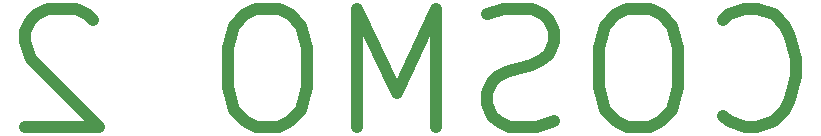
<source format=gbo>
%FSLAX34Y34*%
G04 Gerber Fmt 3.4, Leading zero omitted, Abs format*
G04 (created by PCBNEW (2014-jan-25)-product) date sø. 22. mars 2015 kl. 21.03 +0100*
%MOIN*%
G01*
G70*
G90*
G04 APERTURE LIST*
%ADD10C,0.005906*%
%ADD11C,0.039370*%
G04 APERTURE END LIST*
G54D10*
G54D11*
X39754Y-27056D02*
X39942Y-27243D01*
X40504Y-27431D01*
X40879Y-27431D01*
X41442Y-27243D01*
X41817Y-26868D01*
X42004Y-26493D01*
X42192Y-25743D01*
X42192Y-25181D01*
X42004Y-24431D01*
X41817Y-24056D01*
X41442Y-23681D01*
X40879Y-23494D01*
X40504Y-23494D01*
X39942Y-23681D01*
X39754Y-23868D01*
X37317Y-23494D02*
X36567Y-23494D01*
X36192Y-23681D01*
X35817Y-24056D01*
X35630Y-24806D01*
X35630Y-26118D01*
X35817Y-26868D01*
X36192Y-27243D01*
X36567Y-27431D01*
X37317Y-27431D01*
X37692Y-27243D01*
X38067Y-26868D01*
X38255Y-26118D01*
X38255Y-24806D01*
X38067Y-24056D01*
X37692Y-23681D01*
X37317Y-23494D01*
X34130Y-27243D02*
X33568Y-27431D01*
X32630Y-27431D01*
X32255Y-27243D01*
X32068Y-27056D01*
X31880Y-26681D01*
X31880Y-26306D01*
X32068Y-25931D01*
X32255Y-25743D01*
X32630Y-25556D01*
X33380Y-25368D01*
X33755Y-25181D01*
X33943Y-24993D01*
X34130Y-24618D01*
X34130Y-24243D01*
X33943Y-23868D01*
X33755Y-23681D01*
X33380Y-23494D01*
X32443Y-23494D01*
X31880Y-23681D01*
X30193Y-27431D02*
X30193Y-23494D01*
X28881Y-26306D01*
X27568Y-23494D01*
X27568Y-27431D01*
X24944Y-23494D02*
X24194Y-23494D01*
X23819Y-23681D01*
X23444Y-24056D01*
X23257Y-24806D01*
X23257Y-26118D01*
X23444Y-26868D01*
X23819Y-27243D01*
X24194Y-27431D01*
X24944Y-27431D01*
X25319Y-27243D01*
X25694Y-26868D01*
X25881Y-26118D01*
X25881Y-24806D01*
X25694Y-24056D01*
X25319Y-23681D01*
X24944Y-23494D01*
X18757Y-23868D02*
X18570Y-23681D01*
X18195Y-23494D01*
X17257Y-23494D01*
X16882Y-23681D01*
X16695Y-23868D01*
X16507Y-24243D01*
X16507Y-24618D01*
X16695Y-25181D01*
X18945Y-27431D01*
X16507Y-27431D01*
M02*

</source>
